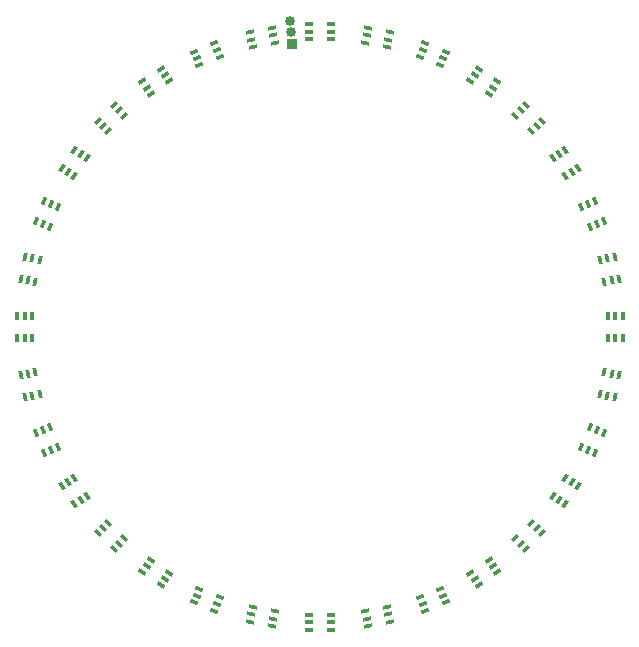
<source format=gbr>
%TF.GenerationSoftware,KiCad,Pcbnew,7.0.1-0*%
%TF.CreationDate,2023-11-10T13:36:56-08:00*%
%TF.ProjectId,ws2816b_ring_revA,77733238-3136-4625-9f72-696e675f7265,A*%
%TF.SameCoordinates,Original*%
%TF.FileFunction,Soldermask,Top*%
%TF.FilePolarity,Negative*%
%FSLAX46Y46*%
G04 Gerber Fmt 4.6, Leading zero omitted, Abs format (unit mm)*
G04 Created by KiCad (PCBNEW 7.0.1-0) date 2023-11-10 13:36:56*
%MOMM*%
%LPD*%
G01*
G04 APERTURE LIST*
G04 Aperture macros list*
%AMHorizOval*
0 Thick line with rounded ends*
0 $1 width*
0 $2 $3 position (X,Y) of the first rounded end (center of the circle)*
0 $4 $5 position (X,Y) of the second rounded end (center of the circle)*
0 Add line between two ends*
20,1,$1,$2,$3,$4,$5,0*
0 Add two circle primitives to create the rounded ends*
1,1,$1,$2,$3*
1,1,$1,$4,$5*%
%AMRotRect*
0 Rectangle, with rotation*
0 The origin of the aperture is its center*
0 $1 length*
0 $2 width*
0 $3 Rotation angle, in degrees counterclockwise*
0 Add horizontal line*
21,1,$1,$2,0,0,$3*%
G04 Aperture macros list end*
%ADD10RotRect,0.700000X0.320000X101.250000*%
%ADD11RotRect,0.700000X0.320000X236.250000*%
%ADD12R,0.700000X0.320000*%
%ADD13RotRect,0.700000X0.320000X78.750000*%
%ADD14RotRect,0.700000X0.320000X56.250000*%
%ADD15RotRect,0.700000X0.320000X225.000000*%
%ADD16RotRect,0.700000X0.320000X11.250000*%
%ADD17RotRect,0.700000X0.320000X45.000000*%
%ADD18RotRect,0.700000X0.320000X292.500000*%
%ADD19RotRect,0.700000X0.320000X281.250000*%
%ADD20RotRect,0.700000X0.320000X303.750000*%
%ADD21RotRect,0.700000X0.320000X33.750000*%
%ADD22RotRect,0.700000X0.320000X258.750000*%
%ADD23R,0.320000X0.700000*%
%ADD24RotRect,0.700000X0.320000X22.500000*%
%ADD25RotRect,0.700000X0.320000X337.500000*%
%ADD26RotRect,0.700000X0.320000X146.250000*%
%ADD27RotRect,0.700000X0.320000X326.250000*%
%ADD28RotRect,0.700000X0.320000X315.000000*%
%ADD29RotRect,0.700000X0.320000X168.750000*%
%ADD30RotRect,0.700000X0.320000X67.500000*%
%ADD31RotRect,0.700000X0.320000X135.000000*%
%ADD32RotRect,0.700000X0.320000X112.500000*%
%ADD33RotRect,0.700000X0.320000X247.500000*%
%ADD34RotRect,0.700000X0.320000X348.750000*%
%ADD35RotRect,0.700000X0.320000X157.500000*%
%ADD36RotRect,0.700000X0.320000X202.500000*%
%ADD37RotRect,0.700000X0.320000X123.750000*%
%ADD38RotRect,0.700000X0.320000X213.750000*%
%ADD39RotRect,0.850000X0.850000X185.625000*%
%ADD40HorizOval,0.850000X0.000000X0.000000X0.000000X0.000000X0*%
%ADD41RotRect,0.700000X0.320000X191.250000*%
G04 APERTURE END LIST*
D10*
%TO.C,U24*%
X122366833Y-103957007D03*
X122984727Y-103834100D03*
X123602622Y-103711193D03*
X123233901Y-101857509D03*
X122616007Y-101980416D03*
X121998112Y-102103323D03*
%TD*%
D11*
%TO.C,U12*%
X169155580Y-111483525D03*
X168631754Y-111133516D03*
X168107928Y-110783507D03*
X167057900Y-112354985D03*
X167581726Y-112704994D03*
X168105552Y-113055003D03*
%TD*%
D12*
%TO.C,U1*%
X146375000Y-72400000D03*
X146375000Y-73030000D03*
X146375000Y-73660000D03*
X148265000Y-73660000D03*
X148265000Y-73030000D03*
X148265000Y-72400000D03*
%TD*%
D13*
%TO.C,U26*%
X121998112Y-93956676D03*
X122616007Y-94079583D03*
X123233901Y-94202490D03*
X123602622Y-92348806D03*
X122984727Y-92225899D03*
X122366833Y-92102992D03*
%TD*%
D14*
%TO.C,U28*%
X125484419Y-84576474D03*
X126008245Y-84926483D03*
X126532071Y-85276492D03*
X127582099Y-83705014D03*
X127058273Y-83355005D03*
X126534447Y-83004996D03*
%TD*%
D15*
%TO.C,U13*%
X166111362Y-115484930D03*
X165665885Y-115039453D03*
X165220408Y-114593976D03*
X163883976Y-115930408D03*
X164329453Y-116375885D03*
X164774930Y-116821362D03*
%TD*%
D16*
%TO.C,U32*%
X141392992Y-73076833D03*
X141515899Y-73694727D03*
X141638806Y-74312622D03*
X143492490Y-73943901D03*
X143369583Y-73326007D03*
X143246676Y-72708112D03*
%TD*%
D17*
%TO.C,U29*%
X128528637Y-80575069D03*
X128974114Y-81020546D03*
X129419591Y-81466023D03*
X130756023Y-80129591D03*
X130310546Y-79684114D03*
X129865069Y-79238637D03*
%TD*%
D18*
%TO.C,U7*%
X170637396Y-87348757D03*
X170055352Y-87589848D03*
X169473308Y-87830938D03*
X170196580Y-89577071D03*
X170778624Y-89335980D03*
X171360668Y-89094890D03*
%TD*%
D19*
%TO.C,U8*%
X172273166Y-92102992D03*
X171655272Y-92225899D03*
X171037377Y-92348806D03*
X171406098Y-94202490D03*
X172023992Y-94079583D03*
X172641887Y-93956676D03*
%TD*%
D20*
%TO.C,U6*%
X168105552Y-83004996D03*
X167581726Y-83355005D03*
X167057900Y-83705014D03*
X168107928Y-85276492D03*
X168631754Y-84926483D03*
X169155580Y-84576474D03*
%TD*%
D21*
%TO.C,U30*%
X132294996Y-77244447D03*
X132645005Y-77768273D03*
X132995014Y-78292099D03*
X134566492Y-77242071D03*
X134216483Y-76718245D03*
X133866474Y-76194419D03*
%TD*%
D22*
%TO.C,U10*%
X172641887Y-102103323D03*
X172023992Y-101980416D03*
X171406098Y-101857509D03*
X171037377Y-103711193D03*
X171655272Y-103834100D03*
X172273166Y-103957007D03*
%TD*%
D23*
%TO.C,U9*%
X172950000Y-97085000D03*
X172320000Y-97085000D03*
X171690000Y-97085000D03*
X171690000Y-98975000D03*
X172320000Y-98975000D03*
X172950000Y-98975000D03*
%TD*%
D24*
%TO.C,U31*%
X136638757Y-74712603D03*
X136879848Y-75294647D03*
X137120938Y-75876691D03*
X138867071Y-75153419D03*
X138625980Y-74571375D03*
X138384890Y-73989331D03*
%TD*%
D25*
%TO.C,U3*%
X156255109Y-73989331D03*
X156014019Y-74571375D03*
X155772928Y-75153419D03*
X157519061Y-75876691D03*
X157760151Y-75294647D03*
X158001242Y-74712603D03*
%TD*%
D26*
%TO.C,U20*%
X133866474Y-119865580D03*
X134216483Y-119341754D03*
X134566492Y-118817928D03*
X132995014Y-117767900D03*
X132645005Y-118291726D03*
X132294996Y-118815552D03*
%TD*%
D27*
%TO.C,U4*%
X160773525Y-76194419D03*
X160423516Y-76718245D03*
X160073507Y-77242071D03*
X161644985Y-78292099D03*
X161994994Y-77768273D03*
X162345003Y-77244447D03*
%TD*%
D28*
%TO.C,U5*%
X164774930Y-79238637D03*
X164329453Y-79684114D03*
X163883976Y-80129591D03*
X165220408Y-81466023D03*
X165665885Y-81020546D03*
X166111362Y-80575069D03*
%TD*%
D29*
%TO.C,U18*%
X143246676Y-123351887D03*
X143369583Y-122733992D03*
X143492490Y-122116098D03*
X141638806Y-121747377D03*
X141515899Y-122365272D03*
X141392992Y-122983166D03*
%TD*%
D30*
%TO.C,U27*%
X123279331Y-89094890D03*
X123861375Y-89335980D03*
X124443419Y-89577071D03*
X125166691Y-87830938D03*
X124584647Y-87589848D03*
X124002603Y-87348757D03*
%TD*%
D12*
%TO.C,U17*%
X148265000Y-123660000D03*
X148265000Y-123030000D03*
X148265000Y-122400000D03*
X146375000Y-122400000D03*
X146375000Y-123030000D03*
X146375000Y-123660000D03*
%TD*%
D31*
%TO.C,U21*%
X129865069Y-116821362D03*
X130310546Y-116375885D03*
X130756023Y-115930408D03*
X129419591Y-114593976D03*
X128974114Y-115039453D03*
X128528637Y-115484930D03*
%TD*%
D32*
%TO.C,U23*%
X124002603Y-108711242D03*
X124584647Y-108470151D03*
X125166691Y-108229061D03*
X124443419Y-106482928D03*
X123861375Y-106724019D03*
X123279331Y-106965109D03*
%TD*%
D33*
%TO.C,U11*%
X171360668Y-106965109D03*
X170778624Y-106724019D03*
X170196580Y-106482928D03*
X169473308Y-108229061D03*
X170055352Y-108470151D03*
X170637396Y-108711242D03*
%TD*%
D34*
%TO.C,U2*%
X151393323Y-72708112D03*
X151270416Y-73326007D03*
X151147509Y-73943901D03*
X153001193Y-74312622D03*
X153124100Y-73694727D03*
X153247007Y-73076833D03*
%TD*%
D23*
%TO.C,U25*%
X121690000Y-98975000D03*
X122320000Y-98975000D03*
X122950000Y-98975000D03*
X122950000Y-97085000D03*
X122320000Y-97085000D03*
X121690000Y-97085000D03*
%TD*%
D35*
%TO.C,U19*%
X138384890Y-122070668D03*
X138625980Y-121488624D03*
X138867071Y-120906580D03*
X137120938Y-120183308D03*
X136879848Y-120765352D03*
X136638757Y-121347396D03*
%TD*%
D36*
%TO.C,U15*%
X158001242Y-121347396D03*
X157760151Y-120765352D03*
X157519061Y-120183308D03*
X155772928Y-120906580D03*
X156014019Y-121488624D03*
X156255109Y-122070668D03*
%TD*%
D37*
%TO.C,U22*%
X126534447Y-113055003D03*
X127058273Y-112704994D03*
X127582099Y-112354985D03*
X126532071Y-110783507D03*
X126008245Y-111133516D03*
X125484419Y-111483525D03*
%TD*%
D38*
%TO.C,U14*%
X162345003Y-118815552D03*
X161994994Y-118291726D03*
X161644985Y-117767900D03*
X160073507Y-118817928D03*
X160423516Y-119341754D03*
X160773525Y-119865580D03*
%TD*%
D39*
%TO.C,J1*%
X145004139Y-74087302D03*
D40*
X144906122Y-73092117D03*
X144808105Y-72096933D03*
%TD*%
D41*
%TO.C,U16*%
X153247007Y-122983166D03*
X153124100Y-122365272D03*
X153001193Y-121747377D03*
X151147509Y-122116098D03*
X151270416Y-122733992D03*
X151393323Y-123351887D03*
%TD*%
M02*

</source>
